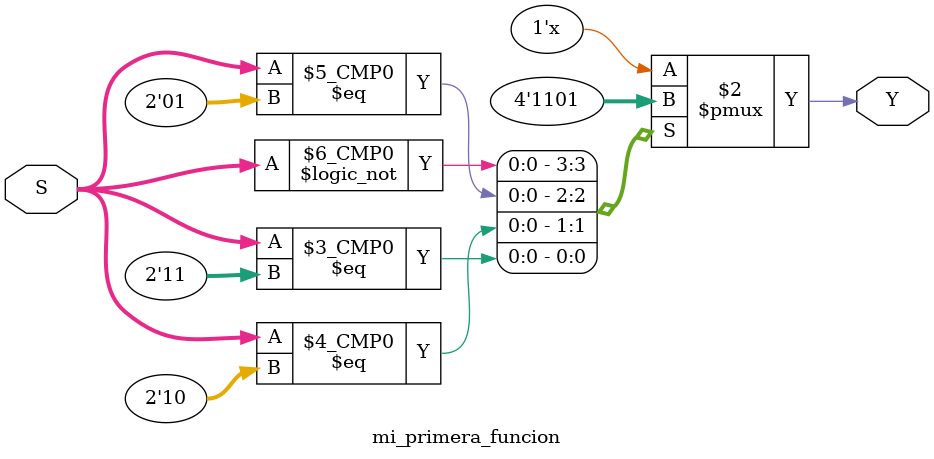
<source format=v>
module mi_primera_funcion(
//entradas y salidas
//modo tipo ancho nombre
 input [1:0] S,
 output reg Y
);
always @(*)
     case (S)
	      2'd0: Y = 1'b1;
		  2'd1: Y = 1'b1;
		  2'd2: Y = 1'b0;
		  2'd3: Y = 1'b1;
	 endcase  
endmodule
</source>
